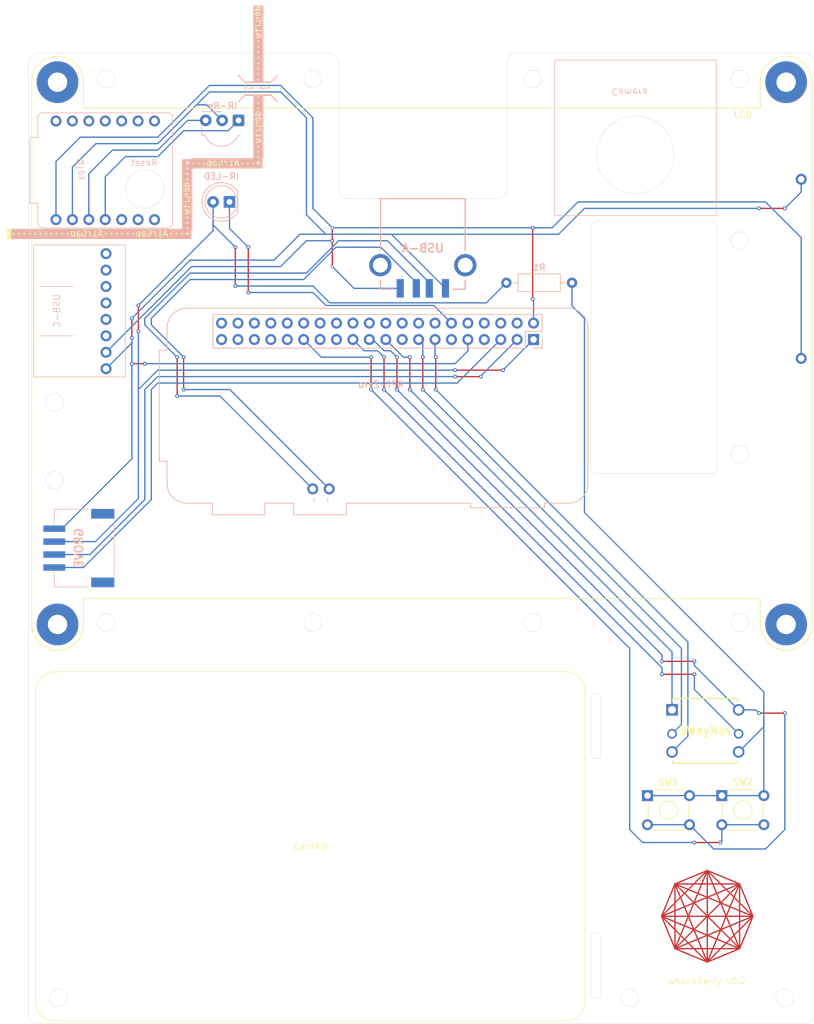
<source format=kicad_pcb>
(kicad_pcb (version 20240108) (generator "pcbnew") (generator_version "8.0")
  (layers (0 "F.Cu" signal) (31 "B.Cu" signal) (34 "B.Paste" user) (35 "F.Paste" user) (36 "B.SilkS" user "B.Silkscreen") (37 "F.SilkS" user "F.Silkscreen") (38 "B.Mask" user) (39 "F.Mask" user) (44 "Edge.Cuts" user))
  (net 0 "")
  (net 1 "Net-(5WayNav-1-B)")
  (net 2 "Net-(5WayNav-1-D)")
  (net 3 "Net-(5WayNav-1-COMMON)")
  (net 4 "Net-(5WayNav-1-C)")
  (net 5 "Net-(5WayNav-1-CENTER)")
  (net 6 "Net-(5WayNav-1-A)")
  (net 7 "Net-(GROVE-1-3.3V)")
  (net 10 "Net-(GROVE-1-SDA)")
  (net 11 "Net-(GROVE-1-SCL)")
  (net 12 "Net-(GROVE-1-GND)")
  (net 13 "Net-(IR-LED-1-K)")
  (net 14 "Net-(IR-Re-1-OUT)")
  (net 15 "Net-(IR-Re-1-Vs)")
  (net 16 "Net-(USB-A-1-5V)")
  (net 46 "Net-(RPi-Zero-1-Pad29)")
  (net 52 "Net-(USB-A-1-D-)")
  (net 57 "Net-(USB-A-1-D+)")
  (footprint "Whackberry_Parts_Library:CardKB" (layer "F.Cu") (at 39.1 114.6)
    (property "Reference" "CardKB" (at 42.5 27 0) (layer "F.SilkS") (effects (font (thickness 0.1))))
    (property "Value" "~")
    (pad "" np_thru_hole circle (at 5 5 270) (size 5 5) (drill 5) (layers "F&B.Cu" "*.Mask"))
  )
  (footprint "Button_Switch_THT:SW_TH_Tactile_Omron_B3F-10xx" (layer "F.Cu") (at 145.25 133.75)
    (property "Reference" "SW2" (at 3.25 -2.05 0) (layer "F.SilkS"))
    (property "Value" "SW_Omron_B3FS")
    (pad "1" thru_hole rect (at 0 0) (size 1.7 1.7) (drill 1) (layers "*.Cu" "*.Mask") (net 3 "Net-(5WayNav-1-COMMON)"))
    (pad "1" thru_hole circle (at 6.5 0) (size 1.7 1.7) (drill 1) (layers "*.Cu" "*.Mask") (net 3 "Net-(5WayNav-1-COMMON)"))
    (pad "2" thru_hole circle (at 0 4.5) (size 1.7 1.7) (drill 1) (layers "*.Cu" "*.Mask") (net 46 "Net-(RPi-Zero-1-Pad29)"))
    (pad "2" thru_hole circle (at 6.5 4.5) (size 1.7 1.7) (drill 1) (layers "*.Cu" "*.Mask") (net 46 "Net-(RPi-Zero-1-Pad29)"))
  )
  (footprint "Button_Switch_THT:SW_TH_Tactile_Omron_B3F-10xx" (layer "F.Cu") (at 133.75 133.75)
    (property "Reference" "SW1" (at 3.25 -2.05 0) (layer "F.SilkS"))
    (property "Value" "SW_Omron_B3FS")
    (pad "1" thru_hole rect (at 0 0) (size 1.7 1.7) (drill 1) (layers "*.Cu" "*.Mask") (net 3 "Net-(5WayNav-1-COMMON)"))
    (pad "1" thru_hole circle (at 6.5 0) (size 1.7 1.7) (drill 1) (layers "*.Cu" "*.Mask") (net 3 "Net-(5WayNav-1-COMMON)"))
    (pad "2" thru_hole circle (at 0 4.5) (size 1.7 1.7) (drill 1) (layers "*.Cu" "*.Mask") (net 5 "Net-(5WayNav-1-CENTER)"))
    (pad "2" thru_hole circle (at 6.5 4.5) (size 1.7 1.7) (drill 1) (layers "*.Cu" "*.Mask") (net 5 "Net-(5WayNav-1-CENTER)"))
  )
  (footprint "Whackberry_Parts_Library:Display_MODULE_2232" (layer "F.Cu") (at 98.85 65.4)
    (property "Reference" "LCD" (at 49.65 -36.9 0) (layer "F.SilkS"))
    (property "Value" "2232_display")
    (pad "5V" thru_hole circle (at 58.674 0.7874) (size 1.7 1.7) (drill 1) (layers "*.Cu" "*.Mask") (net 16 "Net-(USB-A-1-5V)"))
    (pad "GND" thru_hole circle (at 58.674 -26.8986) (size 1.7 1.7) (drill 1) (layers "*.Cu" "*.Mask") (net 12 "Net-(GROVE-1-GND)"))
    (pad "SH1" thru_hole circle (at -56.35 41.9) (size 6.4516 6.4516) (drill 3) (layers "*.Cu" "*.Mask"))
    (pad "SH2" thru_hole circle (at 56.35 41.9) (size 6.4516 6.4516) (drill 3) (layers "*.Cu" "*.Mask"))
    (pad "SH3" thru_hole circle (at 56.35 -41.9) (size 6.4516 6.4516) (drill 3) (layers "*.Cu" "*.Mask"))
    (pad "SH4" thru_hole circle (at -56.35 -41.9) (size 6.4516 6.4516) (drill 3) (layers "*.Cu" "*.Mask"))
  )
  (footprint "Whackberry_Parts_Library:5WayNav_504" (layer "F.Cu") (at 137.55 120.5)
    (property "Reference" "5WayNav" (at 5.15 3.25 0) (layer "F.SilkS") (effects (font (size 1.27 1.27) (thickness 0.254))))
    (property "Value" "5WayNav_504" (hide yes))
    (pad "1" thru_hole rect (at 0 0) (size 1.8 1.8) (drill 1.2) (layers "*.Cu" "*.Mask") (net 6 "Net-(5WayNav-1-A)"))
    (pad "2" thru_hole circle (at 0 3.7) (size 1.5 1.5) (drill 1) (layers "*.Cu" "*.Mask") (net 1 "Net-(5WayNav-1-B)"))
    (pad "3" thru_hole circle (at 0 6.5) (size 1.8 1.8) (drill 1.2) (layers "*.Cu" "*.Mask") (net 4 "Net-(5WayNav-1-C)"))
    (pad "4" thru_hole circle (at 10.3 6.5) (size 1.8 1.8) (drill 1.2) (layers "*.Cu" "*.Mask") (net 3 "Net-(5WayNav-1-COMMON)"))
    (pad "5" thru_hole circle (at 10.3 3.7) (size 1.5 1.5) (drill 1) (layers "*.Cu" "*.Mask") (net 2 "Net-(5WayNav-1-D)"))
    (pad "6" thru_hole circle (at 10.3 0) (size 1.8 1.8) (drill 1.2) (layers "*.Cu" "*.Mask") (net 5 "Net-(5WayNav-1-CENTER)"))
  )
  (footprint "Resistor_THT:R_Axial_DIN0207_L6.3mm_D2.5mm_P10.16mm_Horizontal" (layer "B.Cu") (at 122.08 54.5 180)
    (property "Reference" "R1" (at 5.08 2.37 0) (layer "B.SilkS") (effects (justify mirror)))
    (property "Value" "R")
    (pad "1" thru_hole circle (at 0 0 180) (size 1.6 1.6) (drill 0.8) (layers "*.Cu" "*.Mask") (net 3 "Net-(5WayNav-1-COMMON)"))
    (pad "2" thru_hole oval (at 10.16 0 180) (size 1.6 1.6) (drill 0.8) (layers "*.Cu" "*.Mask") (net 7 "Net-(GROVE-1-3.3V)"))
  )
  (footprint "LED_THT:LED_D5.0mm_IRGrey" (layer "B.Cu") (at 69.1 42 180)
    (property "Reference" "IR-LED" (at 1.27 3.96 0) (layer "B.SilkS") (effects (justify mirror)))
    (property "Value" "LD271")
    (pad "1" thru_hole rect (at 0 0 180) (size 1.8 1.8) (drill 0.9) (layers "*.Cu" "*.Mask") (net 13 "Net-(IR-LED-1-K)"))
    (pad "2" thru_hole circle (at 2.54 0 180) (size 1.8 1.8) (drill 0.9) (layers "*.Cu" "*.Mask") (net 7 "Net-(GROVE-1-3.3V)"))
  )
  (footprint "Whackberry_Parts_Library:Modified_Raspberry_Pi_Zero_Socketed_THT_FaceDown_MountingHoles" (layer "B.Cu") (at 66.13 63.27 -90)
    (property "Reference" "RPi-Zero" (at 6.96 -26.38 0) (layer "B.SilkS") (effects (justify mirror)))
    (property "Value" "~")
    (pad "" np_thru_hole circle (at -1.27 -54.87) (size 2.75 2.75) (drill 2.75) (layers "*.Cu" "*.Mask"))
    (pad "" np_thru_hole circle (at -1.27 3.13) (size 2.75 2.75) (drill 2.75) (layers "*.Cu" "*.Mask"))
    (pad "" np_thru_hole circle (at 21.73 -54.87) (size 2.75 2.75) (drill 2.75) (layers "*.Cu" "*.Mask"))
    (pad "" np_thru_hole circle (at 21.73 3.13) (size 2.75 2.75) (drill 2.75) (layers "*.Cu" "*.Mask"))
    (pad "" np_thru_hole circle (at 47.73 -54.87) (size 2.75 2.75) (drill 2.75) (layers "*.Cu" "*.Mask"))
    (pad "" np_thru_hole circle (at 47.73 3.13) (size 2.75 2.75) (drill 2.75) (layers "*.Cu" "*.Mask"))
    (pad "1" thru_hole rect (at 0 -50 270) (size 1.7 1.7) (drill 1) (layers "*.Cu" "*.Mask") (net 7 "Net-(GROVE-1-3.3V)"))
    (pad "2" thru_hole oval (at -2.54 -50 270) (size 1.7 1.7) (drill 1) (layers "*.Cu" "*.Mask") (net 16 "Net-(USB-A-1-5V)"))
    (pad "3" thru_hole oval (at 0 -47.46 270) (size 1.7 1.7) (drill 1) (layers "*.Cu" "*.Mask") (net 11 "Net-(GROVE-1-SCL)"))
    (pad "4" thru_hole oval (at -2.54 -47.46 270) (size 1.7 1.7) (drill 1) (layers "*.Cu" "*.Mask"))
    (pad "5" thru_hole oval (at 0 -44.92 270) (size 1.7 1.7) (drill 1) (layers "*.Cu" "*.Mask") (net 10 "Net-(GROVE-1-SDA)"))
    (pad "6" thru_hole oval (at -2.54 -44.92 270) (size 1.7 1.7) (drill 1) (layers "*.Cu" "*.Mask"))
    (pad "7" thru_hole oval (at 0 -42.38 270) (size 1.7 1.7) (drill 1) (layers "*.Cu" "*.Mask"))
    (pad "8" thru_hole oval (at -2.54 -42.38 270) (size 1.7 1.7) (drill 1) (layers "*.Cu" "*.Mask"))
    (pad "9" thru_hole oval (at 0 -39.84 270) (size 1.7 1.7) (drill 1) (layers "*.Cu" "*.Mask") (net 12 "Net-(GROVE-1-GND)"))
    (pad "10" thru_hole oval (at -2.54 -39.84 270) (size 1.7 1.7) (drill 1) (layers "*.Cu" "*.Mask"))
    (pad "11" thru_hole oval (at 0 -37.3 270) (size 1.7 1.7) (drill 1) (layers "*.Cu" "*.Mask"))
    (pad "12" thru_hole oval (at -2.54 -37.3 270) (size 1.7 1.7) (drill 1) (layers "*.Cu" "*.Mask") (net 13 "Net-(IR-LED-1-K)"))
    (pad "13" thru_hole oval (at 0 -34.76 270) (size 1.7 1.7) (drill 1) (layers "*.Cu" "*.Mask") (net 4 "Net-(5WayNav-1-C)"))
    (pad "14" thru_hole oval (at -2.54 -34.76 270) (size 1.7 1.7) (drill 1) (layers "*.Cu" "*.Mask"))
    (pad "15" thru_hole oval (at 0 -32.22 270) (size 1.7 1.7) (drill 1) (layers "*.Cu" "*.Mask") (net 1 "Net-(5WayNav-1-B)"))
    (pad "16" thru_hole oval (at -2.54 -32.22 270) (size 1.7 1.7) (drill 1) (layers "*.Cu" "*.Mask"))
    (pad "17" thru_hole oval (at 0 -29.68 270) (size 1.7 1.7) (drill 1) (layers "*.Cu" "*.Mask"))
    (pad "18" thru_hole oval (at -2.54 -29.68 270) (size 1.7 1.7) (drill 1) (layers "*.Cu" "*.Mask"))
    (pad "19" thru_hole oval (at 0 -27.14 270) (size 1.7 1.7) (drill 1) (layers "*.Cu" "*.Mask") (net 6 "Net-(5WayNav-1-A)"))
    (pad "20" thru_hole oval (at -2.54 -27.14 270) (size 1.7 1.7) (drill 1) (layers "*.Cu" "*.Mask"))
    (pad "21" thru_hole oval (at 0 -24.6 270) (size 1.7 1.7) (drill 1) (layers "*.Cu" "*.Mask") (net 5 "Net-(5WayNav-1-CENTER)"))
    (pad "22" thru_hole oval (at -2.54 -24.6 270) (size 1.7 1.7) (drill 1) (layers "*.Cu" "*.Mask"))
    (pad "23" thru_hole oval (at 0 -22.06 270) (size 1.7 1.7) (drill 1) (layers "*.Cu" "*.Mask") (net 2 "Net-(5WayNav-1-D)"))
    (pad "24" thru_hole oval (at -2.54 -22.06 270) (size 1.7 1.7) (drill 1) (layers "*.Cu" "*.Mask"))
    (pad "25" thru_hole oval (at 0 -19.52 270) (size 1.7 1.7) (drill 1) (layers "*.Cu" "*.Mask"))
    (pad "26" thru_hole oval (at -2.54 -19.52 270) (size 1.7 1.7) (drill 1) (layers "*.Cu" "*.Mask"))
    (pad "27" thru_hole oval (at 0 -16.98 270) (size 1.7 1.7) (drill 1) (layers "*.Cu" "*.Mask"))
    (pad "28" thru_hole oval (at -2.54 -16.98 270) (size 1.7 1.7) (drill 1) (layers "*.Cu" "*.Mask"))
    (pad "29" thru_hole oval (at 0 -14.44 270) (size 1.7 1.7) (drill 1) (layers "*.Cu" "*.Mask") (net 46 "Net-(RPi-Zero-1-Pad29)"))
    (pad "30" thru_hole oval (at -2.54 -14.44 270) (size 1.7 1.7) (drill 1) (layers "*.Cu" "*.Mask"))
    (pad "31" thru_hole oval (at 0 -11.9 270) (size 1.7 1.7) (drill 1) (layers "*.Cu" "*.Mask"))
    (pad "32" thru_hole oval (at -2.54 -11.9 270) (size 1.7 1.7) (drill 1) (layers "*.Cu" "*.Mask"))
    (pad "33" thru_hole oval (at 0 -9.36 270) (size 1.7 1.7) (drill 1) (layers "*.Cu" "*.Mask"))
    (pad "34" thru_hole oval (at -2.54 -9.36 270) (size 1.7 1.7) (drill 1) (layers "*.Cu" "*.Mask"))
    (pad "35" thru_hole oval (at 0 -6.82 270) (size 1.7 1.7) (drill 1) (layers "*.Cu" "*.Mask"))
    (pad "36" thru_hole oval (at -2.54 -6.82 270) (size 1.7 1.7) (drill 1) (layers "*.Cu" "*.Mask"))
    (pad "37" thru_hole oval (at 0 -4.28 270) (size 1.7 1.7) (drill 1) (layers "*.Cu" "*.Mask"))
    (pad "38" thru_hole oval (at -2.54 -4.28 270) (size 1.7 1.7) (drill 1) (layers "*.Cu" "*.Mask"))
    (pad "39" thru_hole oval (at 0 -1.74 270) (size 1.7 1.7) (drill 1) (layers "*.Cu" "*.Mask"))
    (pad "40" thru_hole oval (at -2.54 -1.74 270) (size 1.7 1.7) (drill 1) (layers "*.Cu" "*.Mask"))
    (pad "PP22" thru_hole circle (at 23.08 -15.845 270) (size 1.7 1.7) (drill 1) (layers "*.Cu" "*.Mask") (net 57 "Net-(USB-A-1-D+)"))
    (pad "PP23" thru_hole circle (at 23.08 -18.385 270) (size 1.7 1.7) (drill 1) (layers "*.Cu" "*.Mask") (net 52 "Net-(USB-A-1-D-)"))
  )
  (footprint "Whackberry_Parts_Library:QT_Py" (layer "B.Cu") (at 37.18 37.12 -90)
    (property "Reference" "QTpy" (at -0.12 -8.82 90) (layer "B.SilkS") (effects (font (thickness 0.1)) (justify mirror)))
    (property "Value" "~")
    (pad "3.3V" thru_hole circle (at 7.62 -10.16 270) (size 1.7 1.7) (drill 1) (layers "*.Cu" "*.Mask") (net 15 "Net-(IR-Re-1-Vs)"))
    (pad "5V" thru_hole circle (at 7.62 -5.08 270) (size 1.7 1.7) (drill 1) (layers "*.Cu" "*.Mask") (net 16 "Net-(USB-A-1-5V)"))
    (pad "A0" thru_hole circle (at -7.62 -5.08 270) (size 1.7 1.7) (drill 1) (layers "*.Cu" "*.Mask"))
    (pad "A1" thru_hole circle (at -7.62 -7.62 270) (size 1.7 1.7) (drill 1) (layers "*.Cu" "*.Mask"))
    (pad "A2" thru_hole circle (at -7.62 -10.16 270) (size 1.7 1.7) (drill 1) (layers "*.Cu" "*.Mask"))
    (pad "A3" thru_hole circle (at -7.62 -12.7 270) (size 1.7 1.7) (drill 1) (layers "*.Cu" "*.Mask"))
    (pad "GND" thru_hole circle (at 7.62 -7.62 270) (size 1.7 1.7) (drill 1) (layers "*.Cu" "*.Mask") (net 12 "Net-(GROVE-1-GND)"))
    (pad "MISO" thru_hole circle (at 7.62 -15.24 270) (size 1.7 1.7) (drill 1) (layers "*.Cu" "*.Mask"))
    (pad "MOSI" thru_hole circle (at 7.62 -12.7 270) (size 1.7 1.7) (drill 1) (layers "*.Cu" "*.Mask") (net 14 "Net-(IR-Re-1-OUT)"))
    (pad "RX" thru_hole circle (at 7.62 -20.32 270) (size 1.7 1.7) (drill 1) (layers "*.Cu" "*.Mask"))
    (pad "SCK" thru_hole circle (at 7.62 -17.78 270) (size 1.7 1.7) (drill 1) (layers "*.Cu" "*.Mask"))
    (pad "SCL" thru_hole circle (at -7.62 -17.78 270) (size 1.7 1.7) (drill 1) (layers "*.Cu" "*.Mask"))
    (pad "SDA" thru_hole circle (at -7.62 -15.24 270) (size 1.7 1.7) (drill 1) (layers "*.Cu" "*.Mask"))
    (pad "TX" thru_hole circle (at -7.62 -20.32 270) (size 1.7 1.7) (drill 1) (layers "*.Cu" "*.Mask"))
  )
  (footprint "Whackberry_Parts_Library:USBa_Port_875830010BHLF" (layer "B.Cu") (at 99 48.5)
    (property "Reference" "USB-A" (at 0 0.65 0) (layer "B.SilkS") (effects (font (size 1.27 1.27) (thickness 0.254)) (justify mirror)))
    (property "Value" "USBa_Port_87583-0010BHLF" (hide yes))
    (pad "1" smd rect (at -3.5 6.86) (size 1.12 2.88) (layers "B.Cu" "B.Paste" "B.Mask") (net 16 "Net-(USB-A-1-5V)"))
    (pad "2" smd rect (at -1 6.86) (size 1.12 2.88) (layers "B.Cu" "B.Paste" "B.Mask") (net 52 "Net-(USB-A-1-D-)"))
    (pad "3" smd rect (at 1 6.86) (size 1.12 2.88) (layers "B.Cu" "B.Paste" "B.Mask") (net 57 "Net-(USB-A-1-D+)"))
    (pad "4" smd rect (at 3.5 6.86) (size 1.12 2.88) (layers "B.Cu" "B.Paste" "B.Mask") (net 12 "Net-(GROVE-1-GND)"))
    (pad "5" thru_hole circle (at -6.57 3.28) (size 3.45 3.45) (drill 2.3) (layers "*.Cu" "*.Mask"))
    (pad "6" thru_hole circle (at 6.57 3.28) (size 3.45 3.45) (drill 2.3) (layers "*.Cu" "*.Mask"))
  )
  (footprint "OptoDevice:Vishay_MOLD-3Pin" (layer "B.Cu") (at 70.5 29.4 180)
    (property "Reference" "IR-Re" (at 2.5 2.25 0) (layer "B.SilkS") (effects (justify mirror)))
    (property "Value" "TSOP348xx")
    (pad "1" thru_hole roundrect (at 0 0 180) (size 1.8 1.8) (drill 0.9) (layers "*.Cu" "*.Mask") (roundrect_rratio 0.138) (net 14 "Net-(IR-Re-1-OUT)"))
    (pad "2" thru_hole circle (at 2.54 0 180) (size 1.8 1.8) (drill 0.9) (layers "*.Cu" "*.Mask") (net 12 "Net-(GROVE-1-GND)"))
    (pad "3" thru_hole circle (at 5.08 0 180) (size 1.8 1.8) (drill 0.9) (layers "*.Cu" "*.Mask") (net 15 "Net-(IR-Re-1-Vs)"))
  )
  (footprint "Whackberry_Parts_Library:GroveFemaleHeader_114020164" (layer "B.Cu") (at 45.8 95.5 -90)
    (property "Reference" "GROVE" (at 0 0 90) (layer "B.SilkS") (effects (font (size 1.27 1.27) (thickness 0.254)) (justify mirror)))
    (property "Value" "GroveFemaleHeader_114020164" (hide yes))
    (pad "1" smd rect (at -3 3.8 270) (size 1 3.4) (layers "B.Cu" "B.Paste" "B.Mask") (net 12 "Net-(GROVE-1-GND)"))
    (pad "2" smd rect (at -1 3.8 270) (size 1 3.4) (layers "B.Cu" "B.Paste" "B.Mask") (net 7 "Net-(GROVE-1-3.3V)"))
    (pad "3" smd rect (at 1 3.8 270) (size 1 3.4) (layers "B.Cu" "B.Paste" "B.Mask") (net 11 "Net-(GROVE-1-SCL)"))
    (pad "4" smd rect (at 3 3.8 270) (size 1 3.4) (layers "B.Cu" "B.Paste" "B.Mask") (net 10 "Net-(GROVE-1-SDA)"))
    (pad "MP1" smd rect (at -5.3 -3.7 270) (size 1.5 3.6) (layers "B.Cu" "B.Paste" "B.Mask"))
    (pad "MP2" smd rect (at 5.3 -3.7 270) (size 1.5 3.6) (layers "B.Cu" "B.Paste" "B.Mask"))
  )
  (footprint "Whackberry_Parts_Library:Camera" (layer "B.Cu") (at 109.4 34.1)
    (property "Reference" "Camera" (at 21.6 -9.1 180) (layer "B.SilkS") (effects (font (thickness 0.1)) (justify mirror)))
    (property "Value" "~")
    (pad "" np_thru_hole circle (at 12.4 -11.6 90) (size 1.5 1.5) (drill 2.75) (layers "F&B.Cu" "*.Mask"))
    (pad "" np_thru_hole circle (at 12.4 2.9 90) (size 1.5 1.5) (drill 2.75) (layers "F&B.Cu" "*.Mask"))
    (pad "" np_thru_hole circle (at 32.6 -11.6 90) (size 1.5 1.5) (drill 2.75) (layers "F&B.Cu" "*.Mask"))
    (pad "" np_thru_hole circle (at 32.6 2.9 90) (size 1.5 1.5) (drill 2.75) (layers "F&B.Cu" "*.Mask"))
  )
  (footprint "Whackberry_Parts_Library:Adafruit_USB_Type_C_Breakout_Board" (layer "B.Cu") (at 55.08 72.86 -90)
    (property "Reference" "USB-C" (at -14.01 12.7 90) (layer "B.SilkS") (effects (font (thickness 0.1)) (justify mirror)))
    (property "Value" "~")
    (pad "" np_thru_hole circle (at -21.65 14.17) (size 2.54 2.54) (drill 2.54) (layers "F&B.Cu" "*.Mask"))
    (pad "" np_thru_hole circle (at -6.29 14.17) (size 2.54 2.54) (drill 2.54) (layers "F&B.Cu" "*.Mask"))
    (pad "CC1" thru_hole circle (at -12.7 5.08 270) (size 1.7 1.7) (drill 1) (layers "*.Cu" "*.Mask"))
    (pad "CC2" thru_hole circle (at -22.86 5.08 270) (size 1.7 1.7) (drill 1) (layers "*.Cu" "*.Mask"))
    (pad "D+" thru_hole circle (at -17.78 5.08 270) (size 1.7 1.7) (drill 1) (layers "*.Cu" "*.Mask"))
    (pad "D-" thru_hole circle (at -15.24 5.08 270) (size 1.7 1.7) (drill 1) (layers "*.Cu" "*.Mask"))
    (pad "GND" thru_hole circle (at -5.08 5.08 270) (size 1.7 1.7) (drill 1) (layers "*.Cu" "*.Mask") (net 12 "Net-(GROVE-1-GND)"))
    (pad "SBU1" thru_hole circle (at -20.32 5.08 270) (size 1.7 1.7) (drill 1) (layers "*.Cu" "*.Mask"))
    (pad "SBU2" thru_hole circle (at -10.16 5.08 270) (size 1.7 1.7) (drill 1) (layers "*.Cu" "*.Mask"))
    (pad "VBUS" thru_hole circle (at -7.62 5.08 270) (size 1.7 1.7) (drill 1) (layers "*.Cu" "*.Mask") (net 16 "Net-(USB-A-1-5V)"))
  )
  (gr_line (start 150.071 152.4) (end 148 157.4) (stroke (width 0.2)) (layer "F.Cu"))
  (gr_line (start 135.929 152.4) (end 143 159.471) (stroke (width 0.2)) (layer "F.Cu"))
  (gr_line (start 143 159.471) (end 138 157.4) (stroke (width 0.2)) (layer "F.Cu"))
  (gr_line (start 150.071 152.4) (end 138 157.4) (stroke (width 0.2)) (layer "F.Cu"))
  (gr_line (start 135.929 152.4) (end 138 147.4) (stroke (width 0.2)) (layer "F.Cu"))
  (gr_line (start 135.929 152.4) (end 150.071 152.4) (stroke (width 0.2)) (layer "F.Cu"))
  (gr_rect (start 138 147.4) (end 148 157.4) (stroke (width 0.2)) (fill none) (layer "F.Cu"))
  (gr_line (start 143 145.329) (end 148 147.4) (stroke (width 0.2)) (layer "F.Cu"))
  (gr_line (start 148 147.4) (end 143 159.471) (stroke (width 0.2)) (layer "F.Cu"))
  (gr_line (start 148 157.4) (end 135.929 152.4) (stroke (width 0.2)) (layer "F.Cu"))
  (gr_line (start 150.071 152.4) (end 143 145.329) (stroke (width 0.2)) (layer "F.Cu"))
  (gr_line (start 143 159.471) (end 150.071 152.4) (stroke (width 0.2)) (layer "F.Cu"))
  (gr_line (start 138 157.4) (end 135.929 152.4) (stroke (width 0.2)) (layer "F.Cu"))
  (gr_line (start 150.071 152.4) (end 138 147.4) (stroke (width 0.2)) (layer "F.Cu"))
  (gr_line (start 148 147.4) (end 150.071 152.4) (stroke (width 0.2)) (layer "F.Cu"))
  (gr_line (start 138 147.4) (end 143 145.329) (stroke (width 0.2)) (layer "F.Cu"))
  (gr_line (start 143 145.329) (end 148 157.4) (stroke (width 0.2)) (layer "F.Cu"))
  (gr_line (start 143 145.329) (end 138 157.4) (stroke (width 0.2)) (layer "F.Cu"))
  (gr_line (start 148 147.4) (end 138 157.4) (stroke (width 0.2)) (layer "F.Cu"))
  (gr_line (start 138.0355 147.4) (end 148.0355 157.4) (stroke (width 0.2)) (layer "F.Cu"))
  (gr_line (start 143 159.471) (end 138 147.4) (stroke (width 0.2)) (layer "F.Cu"))
  (gr_line (start 143 145.329) (end 135.929 152.4) (stroke (width 0.2)) (layer "F.Cu"))
  (gr_line (start 148 147.4) (end 135.929 152.4) (stroke (width 0.2)) (layer "F.Cu"))
  (gr_line (start 148 157.4) (end 143 159.471) (stroke (width 0.2)) (layer "F.Cu"))
  (gr_line (start 143 145.329) (end 143 159.471) (stroke (width 0.2)) (layer "F.Cu"))
  (gr_rect (start 35.5 47.7) (end 63.2 47.7254) (fill solid) (layer "B.SilkS"))
  (gr_line (start 71.5 25.5) (end 75.5 25.5) (stroke (width 0.2)) (layer "B.SilkS"))
  (gr_line (start 71.5 25.5) (end 70.5 26.5) (stroke (width 0.2)) (layer "B.SilkS"))
  (gr_rect (start 74.1 15.5) (end 74.2 23.5) (fill solid) (layer "B.SilkS"))
  (gr_rect (start 62.9746 46.2) (end 63.2 47.7) (fill solid) (layer "B.SilkS"))
  (gr_rect (start 74.1 25.6) (end 74.2 36.8) (fill solid) (layer "B.SilkS"))
  (gr_rect (start 73.9 35.4873) (end 74.2 36.8) (fill solid) (layer "B.SilkS"))
  (gr_line (start 76.5 22.5) (end 75.5 23.5) (stroke (width 0.2)) (layer "B.SilkS"))
  (gr_line (start 75.5 25.5) (end 76.5 26.5) (stroke (width 0.2)) (layer "B.SilkS"))
  (gr_line (start 75.5 23.5) (end 71.5 23.5) (stroke (width 0.2)) (layer "B.SilkS"))
  (gr_rect (start 63.1 36.8) (end 63.2254 47.7) (fill solid) (layer "B.SilkS"))
  (gr_line (start 71.5 23.5) (end 70.5 22.5) (stroke (width 0.2)) (layer "B.SilkS"))
  (gr_rect (start 63.3 35.4) (end 73.2 35.5254) (fill solid) (layer "B.SilkS"))
  (gr_rect (start 61.8 35.4) (end 63.4 35.6254) (fill solid) (layer "B.SilkS"))
  (gr_line (start 71.5 23.5) (end 70.5 22.5) (stroke (width 0.2)) (layer "F.SilkS"))
  (gr_line (start 75.5 23.5) (end 71.5 23.5) (stroke (width 0.2)) (layer "F.SilkS"))
  (gr_line (start 75.5 25.5) (end 76.5 26.5) (stroke (width 0.2)) (layer "F.SilkS"))
  (gr_rect (start 74.1 25.6) (end 74.2 36.8) (fill solid) (layer "F.SilkS"))
  (gr_rect (start 63 46.5) (end 63.2 47.7) (fill solid) (layer "F.SilkS"))
  (gr_line (start 71.5 25.5) (end 70.5 26.5) (stroke (width 0.2)) (layer "F.SilkS"))
  (gr_rect (start 74 35.3) (end 74.1 36.8) (fill solid) (layer "F.SilkS"))
  (gr_rect (start 61.8 35.4) (end 72.9 35.5) (fill solid) (layer "F.SilkS"))
  (gr_rect (start 74.1 15.5) (end 74.2 23.5) (fill solid) (layer "F.SilkS"))
  (gr_line (start 71.5 25.5) (end 75.5 25.5) (stroke (width 0.2)) (layer "F.SilkS"))
  (gr_rect (start 63.1 36.8) (end 63.2 47.7) (fill solid) (layer "F.SilkS"))
  (gr_line (start 76.5 22.5) (end 75.5 23.5) (stroke (width 0.2)) (layer "F.SilkS"))
  (gr_rect (start 61.8 35.4) (end 63.1 35.6) (fill solid) (layer "F.SilkS"))
  (gr_line (start 144.5 46) (end 144.5 83) (stroke (width 0.05)) (layer "Edge.Cuts"))
  (gr_line (start 125.5 155) (end 126 155) (stroke (width 0.05)) (layer "Edge.Cuts"))
  (gr_arc (start 87.5 41.5) (mid 86.43934 41.06066) (end 86 40) (stroke (width 0.05)) (layer "Edge.Cuts"))
  (gr_circle (center 131 165) (end 132.375 165) (stroke (width 0.05)) (fill none) (layer "Edge.Cuts"))
  (gr_line (start 159.5 20.5) (end 159.5 167.5) (stroke (width 0.05)) (layer "Edge.Cuts"))
  (gr_circle (center 148 23) (end 149.375 23) (stroke (width 0.05)) (fill none) (layer "Edge.Cuts"))
  (gr_arc (start 39.5 169) (mid 38.43934 168.56066) (end 38 167.5) (stroke (width 0.05)) (layer "Edge.Cuts"))
  (gr_circle (center 116 23) (end 117.375 23) (stroke (width 0.05)) (fill none) (layer "Edge.Cuts"))
  (gr_circle (center 42 73) (end 43.375 73) (stroke (width 0.05)) (fill none) (layer "Edge.Cuts"))
  (gr_arc (start 126.5 164.5) (mid 126.353553 164.853553) (end 126 165) (stroke (width 0.05)) (layer "Edge.Cuts"))
  (gr_line (start 125 83) (end 125 46) (stroke (width 0.05)) (layer "Edge.Cuts"))
  (gr_circle (center 116 107) (end 117.375 107) (stroke (width 0.05)) (fill none) (layer "Edge.Cuts"))
  (gr_line (start 143.5 84) (end 126 84) (stroke (width 0.05)) (layer "Edge.Cuts"))
  (gr_arc (start 125 46) (mid 125.292893 45.292893) (end 126 45) (stroke (width 0.05)) (layer "Edge.Cuts"))
  (gr_line (start 126 45) (end 143.5 45) (stroke (width 0.05)) (layer "Edge.Cuts"))
  (gr_arc (start 40 46.5) (mid 40.5 47) (end 40 47.5) (stroke (width 0.05)) (layer "Edge.Cuts"))
  (gr_arc (start 112 20.5) (mid 112.43934 19.43934) (end 113.5 19) (stroke (width 0.05)) (layer "Edge.Cuts"))
  (gr_circle (center 148 107) (end 149.375 107) (stroke (width 0.05)) (fill none) (layer "Edge.Cuts"))
  (gr_circle (center 50 23) (end 51.375 23) (stroke (width 0.05)) (fill none) (layer "Edge.Cuts"))
  (gr_arc (start 38 20.5) (mid 38.43934 19.43934) (end 39.5 19) (stroke (width 0.05)) (layer "Edge.Cuts"))
  (gr_arc (start 74 21) (mid 73.5 21.5) (end 73 21) (stroke (width 0.05)) (layer "Edge.Cuts"))
  (gr_line (start 38.5 46.5) (end 40 46.5) (stroke (width 0.05)) (layer "Edge.Cuts"))
  (gr_line (start 40 47.5) (end 38.5 47.5) (stroke (width 0.05)) (layer "Edge.Cuts"))
  (gr_arc (start 126 84) (mid 125.292893 83.707107) (end 125 83) (stroke (width 0.05)) (layer "Edge.Cuts"))
  (gr_arc (start 126 118) (mid 126.353553 118.146447) (end 126.5 118.5) (stroke (width 0.05)) (layer "Edge.Cuts"))
  (gr_circle (center 42 85) (end 43.375 85) (stroke (width 0.05)) (fill none) (layer "Edge.Cuts"))
  (gr_line (start 126.5 155.5) (end 126.5 164.5) (stroke (width 0.05)) (layer "Edge.Cuts"))
  (gr_arc (start 112 40) (mid 111.56066 41.06066) (end 110.5 41.5) (stroke (width 0.05)) (layer "Edge.Cuts"))
  (gr_circle (center 42.625 165) (end 44 165) (stroke (width 0.05)) (fill none) (layer "Edge.Cuts"))
  (gr_line (start 74 21) (end 74 19.5) (stroke (width 0.05)) (layer "Edge.Cuts"))
  (gr_circle (center 50 107) (end 51.375 107) (stroke (width 0.05)) (fill none) (layer "Edge.Cuts"))
  (gr_circle (center 82 23) (end 83.375 23) (stroke (width 0.05)) (fill none) (layer "Edge.Cuts"))
  (gr_arc (start 126 155) (mid 126.353553 155.146447) (end 126.5 155.5) (stroke (width 0.05)) (layer "Edge.Cuts"))
  (gr_circle (center 148 48) (end 149.375 48) (stroke (width 0.05)) (fill none) (layer "Edge.Cuts"))
  (gr_line (start 113.5 19) (end 158 19) (stroke (width 0.05)) (layer "Edge.Cuts"))
  (gr_line (start 73 19.5) (end 73 21) (stroke (width 0.05)) (layer "Edge.Cuts"))
  (gr_line (start 126 165) (end 125.5 165) (stroke (width 0.05)) (layer "Edge.Cuts"))
  (gr_arc (start 125 118.5) (mid 125.146447 118.146447) (end 125.5 118) (stroke (width 0.05)) (layer "Edge.Cuts"))
  (gr_circle (center 131.855 34.7) (end 137.855 34.7) (stroke (width 0.05)) (fill none) (layer "Edge.Cuts"))
  (gr_line (start 86 40) (end 86 20.5) (stroke (width 0.05)) (layer "Edge.Cuts"))
  (gr_arc (start 144.5 83) (mid 144.207107 83.707107) (end 143.5 84) (stroke (width 0.05)) (layer "Edge.Cuts"))
  (gr_line (start 158 169) (end 39.5 169) (stroke (width 0.05)) (layer "Edge.Cuts"))
  (gr_line (start 126.5 127.5) (end 126.5 118.5) (stroke (width 0.05)) (layer "Edge.Cuts"))
  (gr_circle (center 155 165) (end 156.375 165) (stroke (width 0.05)) (fill none) (layer "Edge.Cuts"))
  (gr_arc (start 72.5 19) (mid 72.853553 19.146447) (end 73 19.5) (stroke (width 0.05)) (layer "Edge.Cuts"))
  (gr_arc (start 38.5 46.5) (mid 38.146447 46.353553) (end 38 46) (stroke (width 0.05)) (layer "Edge.Cuts"))
  (gr_arc (start 126.5 127.5) (mid 126.353553 127.853553) (end 126 128) (stroke (width 0.05)) (layer "Edge.Cuts"))
  (gr_line (start 39.5 19) (end 72.5 19) (stroke (width 0.05)) (layer "Edge.Cuts"))
  (gr_arc (start 125.5 128) (mid 125.146447 127.853553) (end 125 127.5) (stroke (width 0.05)) (layer "Edge.Cuts"))
  (gr_line (start 126 118) (end 125.5 118) (stroke (width 0.05)) (layer "Edge.Cuts"))
  (gr_arc (start 159.5 167.5) (mid 159.06066 168.56066) (end 158 169) (stroke (width 0.05)) (layer "Edge.Cuts"))
  (gr_circle (center 148 81) (end 149.375 81) (stroke (width 0.05)) (fill none) (layer "Edge.Cuts"))
  (gr_line (start 87.5 41.5) (end 110.5 41.5) (stroke (width 0.05)) (layer "Edge.Cuts"))
  (gr_arc (start 74 19.5) (mid 74.146447 19.146447) (end 74.5 19) (stroke (width 0.05)) (layer "Edge.Cuts"))
  (gr_arc (start 84.5 19) (mid 85.56066 19.43934) (end 86 20.5) (stroke (width 0.05)) (layer "Edge.Cuts"))
  (gr_line (start 112 40) (end 112 20.5) (stroke (width 0.05)) (layer "Edge.Cuts"))
  (gr_line (start 125.5 128) (end 126 128) (stroke (width 0.05)) (layer "Edge.Cuts"))
  (gr_arc (start 125 155.5) (mid 125.146447 155.146447) (end 125.5 155) (stroke (width 0.05)) (layer "Edge.Cuts"))
  (gr_circle (center 82 107) (end 83.375 107) (stroke (width 0.05)) (fill none) (layer "Edge.Cuts"))
  (gr_arc (start 38 48) (mid 38.146447 47.646447) (end 38.5 47.5) (stroke (width 0.05)) (layer "Edge.Cuts"))
  (gr_line (start 84.5 19) (end 74.5 19) (stroke (width 0.05)) (layer "Edge.Cuts"))
  (gr_circle (center 56 40) (end 56 43) (stroke (width 0.05)) (fill none) (layer "Edge.Cuts"))
  (gr_line (start 38 46) (end 38 20.5) (stroke (width 0.05)) (layer "Edge.Cuts"))
  (gr_line (start 125 164.5) (end 125 155.5) (stroke (width 0.05)) (layer "Edge.Cuts"))
  (gr_line (start 38 167.5) (end 38 48) (stroke (width 0.05)) (layer "Edge.Cuts"))
  (gr_arc (start 158 19) (mid 159.06066 19.43934) (end 159.5 20.5) (stroke (width 0.05)) (layer "Edge.Cuts"))
  (gr_arc (start 143.5 45) (mid 144.207107 45.292893) (end 144.5 46) (stroke (width 0.05)) (layer "Edge.Cuts"))
  (gr_line (start 125 118.5) (end 125 127.5) (stroke (width 0.05)) (layer "Edge.Cuts"))
  (gr_arc (start 125.5 165) (mid 125.146447 164.853553) (end 125 164.5) (stroke (width 0.05)) (layer "Edge.Cuts"))
  (gr_text "+---AirGap---\n" (at 74 36.6 0) (layer "B.SilkS" knockout) (effects (font (size 1 1)) (justify left bottom mirror)))
  (gr_text "Reset" (at 58 36.5 0) (layer "B.SilkS") (effects (font (size 1 1) (thickness 0.1)) (justify left bottom mirror)))
  (gr_text "--------AirGap" (at 73 23.5 270) (layer "B.SilkS" knockout) (effects (font (size 1 1)) (justify left bottom mirror)))
  (gr_text "Power only" (at 75.4 24.7 0) (layer "B.SilkS") (effects (font (size 0.5 0.5) (thickness 0.125)) (justify left bottom mirror)))
  (gr_text "---AirGap---+" (at 62 46.5 270) (layer "B.SilkS" knockout) (effects (font (size 1 1)) (justify left bottom mirror)))
  (gr_text "---AirGap---" (at 73 35.5 270) (layer "B.SilkS" knockout) (effects (font (size 1 1)) (justify left bottom mirror)))
  (gr_text "+---AirGap------AirGap-----------" (at 63 47.5 0) (layer "B.SilkS" knockout) (effects (font (size 1 1)) (justify left bottom mirror)))
  (gr_text "------------AirGap------AirGap---+" (at 34.5 47.5 0) (layer "F.SilkS" knockout) (effects (font (size 1 1)) (justify left bottom)))
  (gr_text "Power only " (at 71.3 24.7 0) (layer "F.SilkS") (effects (font (size 0.5 0.5) (thickness 0.125)) (justify left bottom)))
  (gr_text "whackberry v0.2" (at 143 163 0) (layer "F.SilkS") (effects (font (size 1 1) (thickness 0.1)) (justify bottom)))
  (gr_text "---AirGap---+" (at 63.1 36.6 0) (layer "F.SilkS" knockout) (effects (font (size 1 1)) (justify left bottom)))
  (gr_text "---AirGap---" (at 73 25.5 270) (layer "F.SilkS" knockout) (effects (font (size 1 1)) (justify left bottom)))
  (gr_text "+---AirGap---" (at 62 35.6 270) (layer "F.SilkS" knockout) (effects (font (size 1 1)) (justify left bottom)))
  (gr_text "AirGap--------" (at 73 11.7 270) (layer "F.SilkS" knockout) (effects (font (size 1 1)) (justify left bottom)))
  (segment (start 99 67) (end 99 66) (width 0.2) (layer "F.Cu") (net 1))
  (segment (start 99 67) (end 99 71) (width 0.2) (layer "F.Cu") (net 1))
  (via (at 99 71) (size 0.6) (drill 0.3) (layers "F.Cu" "B.Cu") (net 1))
  (via (at 99 66) (size 0.6) (drill 0.3) (layers "F.Cu" "B.Cu") (net 1))
  (segment (start 139 122.75) (end 137.55 124.2) (width 0.2) (layer "B.Cu") (net 1))
  (segment (start 99 66) (end 99 63.92) (width 0.2) (layer "B.Cu") (net 1))
  (segment (start 99 71) (end 139 111) (width 0.2) (layer "B.Cu") (net 1))
  (segment (start 139 111) (end 139 122.75) (width 0.2) (layer "B.Cu") (net 1))
  (segment (start 99 63.92) (end 98.35 63.27) (width 0.2) (layer "B.Cu") (net 1))
  (segment (start 136 115) (end 141 115) (width 0.2) (layer "F.Cu") (net 2))
  (segment (start 93 67) (end 93 71) (width 0.2) (layer "F.Cu") (net 2))
  (segment (start 93 67) (end 93 66) (width 0.2) (layer "F.Cu") (net 2))
  (via (at 141 115) (size 0.6) (drill 0.3) (layers "F.Cu" "B.Cu") (net 2))
  (via (at 136 115) (size 0.6) (drill 0.3) (layers "F.Cu" "B.Cu") (net 2))
  (via (at 93 71) (size 0.6) (drill 0.3) (layers "F.Cu" "B.Cu") (net 2))
  (via (at 93 66) (size 0.6) (drill 0.3) (layers "F.Cu" "B.Cu") (net 2))
  (segment (start 141 115) (end 141 117.35) (width 0.2) (layer "B.Cu") (net 2))
  (segment (start 92 65) (end 89.92 65) (width 0.2) (layer "B.Cu") (net 2))
  (segment (start 89.92 65) (end 88.19 63.27) (width 0.2) (layer "B.Cu") (net 2))
  (segment (start 141 117.35) (end 147.85 124.2) (width 0.2) (layer "B.Cu") (net 2))
  (segment (start 93 66) (end 92 65) (width 0.2) (layer "B.Cu") (net 2))
  (segment (start 93 71) (end 136 114) (width 0.2) (layer "B.Cu") (net 2))
  (segment (start 136 114) (end 136 115) (width 0.2) (layer "B.Cu") (net 2))
  (segment (start 151.75 122) (end 151.75 117.75) (width 0.2) (layer "B.Cu") (net 3))
  (segment (start 145.25 133.75) (end 151.75 133.75) (width 0.2) (layer "B.Cu") (net 3))
  (segment (start 147.85 127) (end 151.75 123.1) (width 0.2) (layer "B.Cu") (net 3))
  (segment (start 151.75 117.75) (end 124 90) (width 0.2) (layer "B.Cu") (net 3))
  (segment (start 124 90) (end 124 60) (width 0.2) (layer "B.Cu") (net 3))
  (segment (start 151.75 133.75) (end 151.75 122) (width 0.2) (layer "B.Cu") (net 3))
  (segment (start 151.75 123.1) (end 151.75 122) (width 0.2) (layer "B.Cu") (net 3))
  (segment (start 140.25 133.75) (end 145.25 133.75) (width 0.2) (layer "B.Cu") (net 3))
  (segment (start 122.08 58.08) (end 122.08 54.5) (width 0.2) (layer "B.Cu") (net 3))
  (segment (start 124 60) (end 122.08 58.08) (width 0.2) (layer "B.Cu") (net 3))
  (segment (start 133.75 133.75) (end 140.25 133.75) (width 0.2) (layer "B.Cu") (net 3))
  (segment (start 101 67) (end 101 66) (width 0.2) (layer "F.Cu") (net 4))
  (segment (start 101 67) (end 101 71) (width 0.2) (layer "F.Cu") (net 4))
  (via (at 101 71) (size 0.6) (drill 0.3) (layers "F.Cu" "B.Cu") (net 4))
  (via (at 101 66) (size 0.6) (drill 0.3) (layers "F.Cu" "B.Cu") (net 4))
  (segment (start 140 124.55) (end 140 123) (width 0.2) (layer "B.Cu") (net 4))
  (segment (start 101 71) (end 140 110) (width 0.2) (layer "B.Cu") (net 4))
  (segment (start 140 110) (end 140 123) (width 0.2) (layer "B.Cu") (net 4))
  (segment (start 137.55 127) (end 140 124.55) (width 0.2) (layer "B.Cu") (net 4))
  (segment (start 100.89 65.89) (end 100.89 63.27) (width 0.2) (layer "B.Cu") (net 4))
  (segment (start 101 66) (end 100.89 65.89) (width 0.2) (layer "B.Cu") (net 4))
  (segment (start 95 67) (end 95 71) (width 0.2) (layer "F.Cu") (net 5))
  (segment (start 151 121) (end 155 121) (width 0.2) (layer "F.Cu") (net 5))
  (segment (start 95 67) (end 95 66) (width 0.2) (layer "F.Cu") (net 5))
  (segment (start 136 113) (end 141 113) (width 0.2) (layer "F.Cu") (net 5))
  (via (at 141 113) (size 0.6) (drill 0.3) (layers "F.Cu" "B.Cu") (net 5))
  (via (at 155 121) (size 0.6) (drill 0.3) (layers "F.Cu" "B.Cu") (net 5))
  (via (at 151 121) (size 0.6) (drill 0.3) (layers "F.Cu" "B.Cu") (net 5))
  (via (at 95 66) (size 0.6) (drill 0.3) (layers "F.Cu" "B.Cu") (net 5))
  (via (at 136 113) (size 0.6) (drill 0.3) (layers "F.Cu" "B.Cu") (net 5))
  (via (at 95 71) (size 0.6) (drill 0.3) (layers "F.Cu" "B.Cu") (net 5))
  (segment (start 141 113) (end 141 113.65) (width 0.2) (layer "B.Cu") (net 5))
  (segment (start 144 142) (end 140.25 138.25) (width 0.2) (layer "B.Cu") (net 5))
  (segment (start 93 65) (end 91.27 63.27) (width 0.2) (layer "B.Cu") (net 5))
  (segment (start 95 71) (end 136 112) (width 0.2) (layer "B.Cu") (net 5))
  (segment (start 155 121) (end 155 139) (width 0.2) (layer "B.Cu") (net 5))
  (segment (start 95 66) (end 94 65) (width 0.2) (layer "B.Cu") (net 5))
  (segment (start 94 65) (end 93 65) (width 0.2) (layer "B.Cu") (net 5))
  (segment (start 136 112) (end 136 113) (width 0.2) (layer "B.Cu") (net 5))
  (segment (start 152 142) (end 144 142) (width 0.2) (layer "B.Cu") (net 5))
  (segment (start 91.27 63.27) (end 90.73 63.27) (width 0.2) (layer "B.Cu") (net 5))
  (segment (start 150.5 120.5) (end 151 121) (width 0.2) (layer "B.Cu") (net 5))
  (segment (start 133.75 138.25) (end 140.25 138.25) (width 0.2) (layer "B.Cu") (net 5))
  (segment (start 147.85 120.5) (end 150.5 120.5) (width 0.2) (layer "B.Cu") (net 5))
  (segment (start 155 139) (end 152 142) (width 0.2) (layer "B.Cu") (net 5))
  (segment (start 141 113.65) (end 147.85 120.5) (width 0.2) (layer "B.Cu") (net 5))
  (segment (start 97 67) (end 97 66) (width 0.2) (layer "F.Cu") (net 6))
  (segment (start 97 67) (end 97 71) (width 0.2) (layer "F.Cu") (net 6))
  (via (at 97 66) (size 0.6) (drill 0.3) (layers "F.Cu" "B.Cu") (net 6))
  (via (at 97 71) (size 0.6) (drill 0.3) (layers "F.Cu" "B.Cu") (net 6))
  (segment (start 97 66) (end 96 66) (width 0.2) (layer "B.Cu") (net 6))
  (segment (start 137.55 111.55) (end 137.55 120.5) (width 0.2) (layer "B.Cu") (net 6))
  (segment (start 96 66) (end 93.27 63.27) (width 0.2) (layer "B.Cu") (net 6))
  (segment (start 97 71) (end 137.55 111.55) (width 0.2) (layer "B.Cu") (net 6))
  (segment (start 70 55) (end 70 50) (width 0.2) (layer "F.Cu") (net 7))
  (segment (start 70 50) (end 70 49) (width 0.2) (layer "F.Cu") (net 7))
  (segment (start 104 68) (end 111.4 68) (width 0.2) (layer "F.Cu") (net 7))
  (segment (start 55 58) (end 55 62) (width 0.2) (layer "F.Cu") (net 7))
  (via (at 70 49) (size 0.6) (drill 0.3) (layers "F.Cu" "B.Cu") (net 7))
  (via (at 70 55) (size 0.6) (drill 0.3) (layers "F.Cu" "B.Cu") (net 7))
  (via (at 104 68) (size 0.6) (drill 0.3) (layers "F.Cu" "B.Cu") (net 7))
  (via (at 55 58) (size 0.6) (drill 0.3) (layers "F.Cu" "B.Cu") (net 7))
  (via (at 55 62) (size 0.6) (drill 0.3) (layers "F.Cu" "B.Cu") (net 7))
  (via (at 111.4 68) (size 0.6) (drill 0.3) (layers "F.Cu" "B.Cu") (net 7))
  (segment (start 111.92 54.5) (end 108.82 57.6) (width 0.2) (layer "B.Cu") (net 7))
  (segment (start 83.5 56.5) (end 82 55) (width 0.2) (layer "B.Cu") (net 7))
  (segment (start 56 57) (end 55 58) (width 0.2) (layer "B.Cu") (net 7))
  (segment (start 58 68) (end 104 68) (width 0.2) (layer "B.Cu") (net 7))
  (segment (start 85 57.6) (end 84.6 57.6) (width 0.2) (layer "B.Cu") (net 7))
  (segment (start 66.56 45) (end 66.56 45.56) (width 0.2) (layer "B.Cu") (net 7))
  (segment (start 42 94.5) (end 48.35 94.5) (width 0.2) (layer "B.Cu") (net 7))
  (segment (start 82 55) (end 70 55) (width 0.2) (layer "B.Cu") (net 7))
  (segment (start 66.56 42) (end 66.56 45) (width 0.2) (layer "B.Cu") (net 7))
  (segment (start 55 87.85) (end 55 71) (width 0.2) (layer "B.Cu") (net 7))
  (segment (start 66.56 45.56) (end 70 49) (width 0.2) (layer "B.Cu") (net 7))
  (segment (start 66.56 46.44) (end 56 57) (width 0.2) (layer "B.Cu") (net 7))
  (segment (start 55 62) (end 55 71) (width 0.2) (layer "B.Cu") (net 7))
  (segment (start 108.82 57.6) (end 85 57.6) (width 0.2) (layer "B.Cu") (net 7))
  (segment (start 116.13 63.27) (end 111.4 68) (width 0.2) (layer "B.Cu") (net 7))
  (segment (start 84.6 57.6) (end 83.5 56.5) (width 0.2) (layer "B.Cu") (net 7))
  (segment (start 66.56 45) (end 66.56 46.44) (width 0.2) (layer "B.Cu") (net 7))
  (segment (start 48.35 94.5) (end 55 87.85) (width 0.2) (layer "B.Cu") (net 7))
  (segment (start 55 71) (end 58 68) (width 0.2) (layer "B.Cu") (net 7))
  (segment (start 57 88) (end 46.5 98.5) (width 0.2) (layer "B.Cu") (net 10))
  (segment (start 104.32 70) (end 58 70) (width 0.2) (layer "B.Cu") (net 10))
  (segment (start 58 70) (end 57 71) (width 0.2) (layer "B.Cu") (net 10))
  (segment (start 111.05 63.27) (end 104.32 70) (width 0.2) (layer "B.Cu") (net 10))
  (segment (start 57 71) (end 57 88) (width 0.2) (layer "B.Cu") (net 10))
  (segment (start 46.5 98.5) (end 42 98.5) (width 0.2) (layer "B.Cu") (net 10))
  (segment (start 108 69) (end 104 69) (width 0.2) (layer "F.Cu") (net 11))
  (via (at 104 69) (size 0.6) (drill 0.3) (layers "F.Cu" "B.Cu") (net 11))
  (via (at 108 69) (size 0.6) (drill 0.3) (layers "F.Cu" "B.Cu") (net 11))
  (segment (start 58 69) (end 104 69) (width 0.2) (layer "B.Cu") (net 11))
  (segment (start 56 71) (end 58 69) (width 0.2) (layer "B.Cu") (net 11))
  (segment (start 42 96.5) (end 47.5 96.5) (width 0.2) (layer "B.Cu") (net 11))
  (segment (start 113.59 63.27) (end 108 68.86) (width 0.2) (layer "B.Cu") (net 11))
  (segment (start 108 68.86) (end 108 69) (width 0.2) (layer "B.Cu") (net 11))
  (segment (start 47.5 96.5) (end 56 88) (width 0.2) (layer "B.Cu") (net 11))
  (segment (start 56 88) (end 56 71) (width 0.2) (layer "B.Cu") (net 11))
  (segment (start 155 43) (end 151 43) (width 0.2) (layer "F.Cu") (net 12))
  (segment (start 56 67) (end 54 67) (width 0.2) (layer "F.Cu") (net 12))
  (segment (start 54 60) (end 54 63) (width 0.2) (layer "F.Cu") (net 12))
  (via (at 54 60) (size 0.6) (drill 0.3) (layers "F.Cu" "B.Cu") (net 12))
  (via (at 54 67) (size 0.6) (drill 0.3) (layers "F.Cu" "B.Cu") (net 12))
  (via (at 54 63) (size 0.6) (drill 0.3) (layers "F.Cu" "B.Cu") (net 12))
  (via (at 56 67) (size 0.6) (drill 0.3) (layers "F.Cu" "B.Cu") (net 12))
  (via (at 151 43) (size 0.6) (drill 0.3) (layers "F.Cu" "B.Cu") (net 12))
  (via (at 155 43) (size 0.6) (drill 0.3) (layers "F.Cu" "B.Cu") (net 12))
  (segment (start 63 67) (end 56 67) (width 0.2) (layer "B.Cu") (net 12))
  (segment (start 84 47) (end 81 44) (width 0.2) (layer "B.Cu") (net 12))
  (segment (start 157.524 40.476) (end 155 43) (width 0.2) (layer "B.Cu") (net 12))
  (segment (start 54 63.78) (end 50 67.78) (width 0.2) (layer "B.Cu") (net 12))
  (segment (start 66 25) (end 64 27) (width 0.2) (layer "B.Cu") (net 12))
  (segment (start 64 27) (end 58 33) (width 0.2) (layer "B.Cu") (net 12))
  (segment (start 54 67) (end 54 81.7) (width 0.2) (layer "B.Cu") (net 12))
  (segment (start 67.96 29.4) (end 65.56 27) (width 0.2) (layer "B.Cu") (net 12))
  (segment (start 120 47) (end 124 43) (width 0.2) (layer "B.Cu") (net 12))
  (segment (start 44.8 44.74) (end 44.8 36.634315) (width 0.2) (layer "B.Cu") (net 12))
  (segment (start 63.566346 51) (end 63 51) (width 0.2) (layer "B.Cu") (net 12))
  (segment (start 94.14 47) (end 84 47) (width 0.2) (layer "B.Cu") (net 12))
  (segment (start 81 44) (end 81 29) (width 0.2) (layer "B.Cu") (net 12))
  (segment (start 124 43) (end 151 43) (width 0.2) (layer "B.Cu") (net 12))
  (segment (start 44.8 36.634315) (end 48.434315 33) (width 0.2) (layer "B.Cu") (net 12))
  (segment (start 54 67) (end 54 63.78) (width 0.2) (layer "B.Cu") (net 12))
  (segment (start 105.97 65.03) (end 104 67) (width 0.2) (layer "B.Cu") (net 12))
  (segment (start 104 67) (end 63 67) (width 0.2) (layer "B.Cu") (net 12))
  (segment (start 102.5 55.36) (end 94.14 47) (width 0.2) (layer "B.Cu") (net 12))
  (segment (start 105.97 63.27) (end 105.97 65.03) (width 0.2) (layer "B.Cu") (net 12))
  (segment (start 63.566346 51) (end 76 51) (width 0.2) (layer "B.Cu") (net 12))
  (segment (start 63 51) (end 54 60) (width 0.2) (layer "B.Cu") (net 12))
  (segment (start 54 63) (end 54 63.78) (width 0.2) (layer "B.Cu") (net 12))
  (segment (start 48.434315 33) (end 49 33) (width 0.2) (layer "B.Cu") (net 12))
  (segment (start 80 47) (end 84 47) (width 0.2) (layer "B.Cu") (net 12))
  (segment (start 54 81.7) (end 43.2 92.5) (width 0.2) (layer "B.Cu") (net 12))
  (segment (start 76 51) (end 80 47) (width 0.2) (layer "B.Cu") (net 12))
  (segment (start 94.14 47) (end 120 47) (width 0.2) (layer "B.Cu") (net 12))
  (segment (start 77 25) (end 66 25) (width 0.2) (layer "B.Cu") (net 12))
  (segment (start 81 29) (end 77 25) (width 0.2) (layer "B.Cu") (net 12))
  (segment (start 58 33) (end 49 33) (width 0.2) (layer "B.Cu") (net 12))
  (segment (start 157.524 38.5014) (end 157.524 40.476) (width 0.2) (layer "B.Cu") (net 12))
  (segment (start 43.2 92.5) (end 42 92.5) (width 0.2) (layer "B.Cu") (net 12))
  (segment (start 65.56 27) (end 64 27) (width 0.2) (layer "B.Cu") (net 12))
  (segment (start 72 49) (end 72 56) (width 0.2) (layer "F.Cu") (net 13))
  (via (at 72 56) (size 0.6) (drill 0.3) (layers "F.Cu" "B.Cu") (net 13))
  (via (at 72 49) (size 0.6) (drill 0.3) (layers "F.Cu" "B.Cu") (net 13))
  (segment (start 69.1 46.1) (end 69.1 42) (width 0.2) (layer "B.Cu") (net 13))
  (segment (start 103.43 60.73) (end 100.7 58) (width 0.2) (layer "B.Cu") (net 13))
  (segment (start 72 49) (end 69.1 46.1) (width 0.2) (layer "B.Cu") (net 13))
  (segment (start 100.7 58) (end 84 58) (width 0.2) (layer "B.Cu") (net 13))
  (segment (start 83 57) (end 82 56) (width 0.2) (layer "B.Cu") (net 13))
  (segment (start 84 58) (end 83 57) (width 0.2) (layer "B.Cu") (net 13))
  (segment (start 82 56) (end 72 56) (width 0.2) (layer "B.Cu") (net 13))
  (segment (start 63.62 31) (end 68.9 31) (width 0.2) (layer "B.Cu") (net 14))
  (segment (start 63.62 31) (end 62 31) (width 0.2) (layer "B.Cu") (net 14))
  (segment (start 49.88 44.74) (end 49.88 38.12) (width 0.2) (layer "B.Cu") (net 14))
  (segment (start 58 35) (end 53 35) (width 0.2) (layer "B.Cu") (net 14))
  (segment (start 68.9 31) (end 70.5 29.4) (width 0.2) (layer "B.Cu") (net 14))
  (segment (start 62 31) (end 58 35) (width 0.2) (layer "B.Cu") (net 14))
  (segment (start 49.88 38.12) (end 53 35) (width 0.2) (layer "B.Cu") (net 14))
  (segment (start 62.68 29.4) (end 65.42 29.4) (width 0.2) (layer "B.Cu") (net 15))
  (segment (start 62.6 29.4) (end 58 34) (width 0.2) (layer "B.Cu") (net 15))
  (segment (start 47.34 44.74) (end 47.34 37.66) (width 0.2) (layer "B.Cu") (net 15))
  (segment (start 58 34) (end 51 34) (width 0.2) (layer "B.Cu") (net 15))
  (segment (start 47.34 37.66) (end 51 34) (width 0.2) (layer "B.Cu") (net 15))
  (segment (start 62.68 29.4) (end 62.6 29.4) (width 0.2) (layer "B.Cu") (net 15))
  (segment (start 85 48) (end 85 52) (width 0.2) (layer "F.Cu") (net 16))
  (segment (start 116 57) (end 116 46) (width 0.2) (layer "F.Cu") (net 16))
  (segment (start 85 46) (end 85 48) (width 0.2) (layer "F.Cu") (net 16))
  (via (at 85 48) (size 0.6) (drill 0.3) (layers "F.Cu" "B.Cu") (net 16))
  (via (at 116 46) (size 0.6) (drill 0.3) (layers "F.Cu" "B.Cu") (net 16))
  (via (at 116 57) (size 0.6) (drill 0.3) (layers "F.Cu" "B.Cu") (net 16))
  (via (at 85 46) (size 0.5) (drill 0.3) (layers "F.Cu" "B.Cu") (net 16))
  (via (at 85 52) (size 0.5) (drill 0.3) (layers "F.Cu" "B.Cu") (net 16))
  (segment (start 116 46) (end 119 46) (width 0.2) (layer "B.Cu") (net 16))
  (segment (start 63.24 52) (end 77 52) (width 0.2) (layer "B.Cu") (net 16))
  (segment (start 58 32) (end 46 32) (width 0.2) (layer "B.Cu") (net 16))
  (segment (start 88.36 55.36) (end 85 52) (width 0.2) (layer "B.Cu") (net 16))
  (segment (start 152 42) (end 157.524 47.524) (width 0.2) (layer "B.Cu") (net 16))
  (segment (start 95.5 55.36) (end 88.36 55.36) (width 0.2) (layer "B.Cu") (net 16))
  (segment (start 77 24) (end 82 29) (width 0.2) (layer "B.Cu") (net 16))
  (segment (start 116.13 60.73) (end 116.13 57.13) (width 0.2) (layer "B.Cu") (net 16))
  (segment (start 81 48) (end 77 52) (width 0.2) (layer "B.Cu") (net 16))
  (segment (start 82 43) (end 85 46) (width 0.2) (layer "B.Cu") (net 16))
  (segment (start 42.26 35.74) (end 46 32) (width 0.2) (layer "B.Cu") (net 16))
  (segment (start 42.26 44.74) (end 42.26 35.74) (width 0.2) (layer "B.Cu") (net 16))
  (segment (start 119 46) (end 123 42) (width 0.2) (layer "B.Cu") (net 16))
  (segment (start 123 42) (end 152 42) (width 0.2) (layer "B.Cu") (net 16))
  (segment (start 85 48) (end 81 48) (width 0.2) (layer "B.Cu") (net 16))
  (segment (start 66 24) (end 58 32) (width 0.2) (layer "B.Cu") (net 16))
  (segment (start 82 29) (end 82 43) (width 0.2) (layer "B.Cu") (net 16))
  (segment (start 85 46) (end 116 46) (width 0.2) (layer "B.Cu") (net 16))
  (segment (start 157.524 47.524) (end 157.524 66.1874) (width 0.2) (layer "B.Cu") (net 16))
  (segment (start 66 24) (end 77 24) (width 0.2) (layer "B.Cu") (net 16))
  (segment (start 116.13 57.13) (end 116 57) (width 0.2) (layer "B.Cu") (net 16))
  (segment (start 50 65.24) (end 63.24 52) (width 0.2) (layer "B.Cu") (net 16))
  (segment (start 91 67) (end 91 66) (width 0.2) (layer "F.Cu") (net 46))
  (segment (start 91 67) (end 91 71) (width 0.2) (layer "F.Cu") (net 46))
  (segment (start 145 141) (end 141 141) (width 0.2) (layer "F.Cu") (net 46))
  (via (at 91 66) (size 0.6) (drill 0.3) (layers "F.Cu" "B.Cu") (net 46))
  (via (at 141 141) (size 0.6) (drill 0.3) (layers "F.Cu" "B.Cu") (net 46))
  (via (at 145 141) (size 0.6) (drill 0.3) (layers "F.Cu" "B.Cu") (net 46))
  (via (at 91 71) (size 0.6) (drill 0.3) (layers "F.Cu" "B.Cu") (net 46))
  (segment (start 131 139) (end 131 134) (width 0.2) (layer "B.Cu") (net 46))
  (segment (start 141 141) (end 133 141) (width 0.2) (layer "B.Cu") (net 46))
  (segment (start 145.25 140.75) (end 145 141) (width 0.2) (layer "B.Cu") (net 46))
  (segment (start 91 66) (end 83.3 66) (width 0.2) (layer "B.Cu") (net 46))
  (segment (start 145.25 138.25) (end 145.25 140.75) (width 0.2) (layer "B.Cu") (net 46))
  (segment (start 91 71) (end 131 111) (width 0.2) (layer "B.Cu") (net 46))
  (segment (start 83.3 66) (end 80.57 63.27) (width 0.2) (layer "B.Cu") (net 46))
  (segment (start 151.75 138.25) (end 145.25 138.25) (width 0.2) (layer "B.Cu") (net 46))
  (segment (start 131 111) (end 131 134) (width 0.2) (layer "B.Cu") (net 46))
  (segment (start 133 141) (end 131 139) (width 0.2) (layer "B.Cu") (net 46))
  (segment (start 62 67) (end 62 71) (width 0.2) (layer "F.Cu") (net 52))
  (segment (start 62 67) (end 62 66) (width 0.2) (layer "F.Cu") (net 52))
  (via (at 62 71) (size 0.6) (drill 0.3) (layers "F.Cu" "B.Cu") (net 52))
  (via (at 62 66) (size 0.6) (drill 0.3) (layers "F.Cu" "B.Cu") (net 52))
  (segment (start 62 71) (end 69.165 71) (width 0.2) (layer "B.Cu") (net 52))
  (segment (start 69.165 71) (end 84.515 86.35) (width 0.2) (layer "B.Cu") (net 52))
  (segment (start 63 54) (end 57 60) (width 0.2) (layer "B.Cu") (net 52))
  (segment (start 92.52 49) (end 89 49) (width 0.2) (layer "B.Cu") (net 52))
  (segment (start 57 60) (end 57 61) (width 0.2) (layer "B.Cu") (net 52))
  (segment (start 80.565686 54) (end 74 54) (width 0.2) (layer "B.Cu") (net 52))
  (segment (start 74 54) (end 63 54) (width 0.2) (layer "B.Cu") (net 52))
  (segment (start 85.565686 49) (end 80.565686 54) (width 0.2) (layer "B.Cu") (net 52))
  (segment (start 98 54.48) (end 92.52 49) (width 0.2) (layer "B.Cu") (net 52))
  (segment (start 62 66) (end 57 61) (width 0.2) (layer "B.Cu") (net 52))
  (segment (start 98 55.36) (end 98 54.48) (width 0.2) (layer "B.Cu") (net 52))
  (segment (start 89 49) (end 85.565686 49) (width 0.2) (layer "B.Cu") (net 52))
  (segment (start 61 67) (end 61 66) (width 0.2) (layer "F.Cu") (net 57))
  (segment (start 61 72) (end 61 67) (width 0.2) (layer "F.Cu") (net 57))
  (via (at 61 66) (size 0.6) (drill 0.3) (layers "F.Cu" "B.Cu") (net 57))
  (via (at 61 72) (size 0.6) (drill 0.3) (layers "F.Cu" "B.Cu") (net 57))
  (segment (start 67.625 72) (end 67 72) (width 0.2) (layer "B.Cu") (net 57))
  (segment (start 61 66) (end 56 61) (width 0.2) (layer "B.Cu") (net 57))
  (segment (start 67 72) (end 61 72) (width 0.2) (layer "B.Cu") (net 57))
  (segment (start 93.52 48) (end 86 48) (width 0.2) (layer "B.Cu") (net 57))
  (segment (start 100 54.48) (end 93.52 48) (width 0.2) (layer "B.Cu") (net 57))
  (segment (start 83 51) (end 81 53) (width 0.2) (layer "B.Cu") (net 57))
  (segment (start 81 53) (end 75 53) (width 0.2) (layer "B.Cu") (net 57))
  (segment (start 56 60) (end 56 61) (width 0.2) (layer "B.Cu") (net 57))
  (segment (start 100 55.36) (end 100 54.48) (width 0.2) (layer "B.Cu") (net 57))
  (segment (start 86 48) (end 83 51) (width 0.2) (layer "B.Cu") (net 57))
  (segment (start 63 53) (end 56 60) (width 0.2) (layer "B.Cu") (net 57))
  (segment (start 75 53) (end 63 53) (width 0.2) (layer "B.Cu") (net 57))
  (segment (start 81.975 86.35) (end 67.625 72) (width 0.2) (layer "B.Cu") (net 57))
)
</source>
